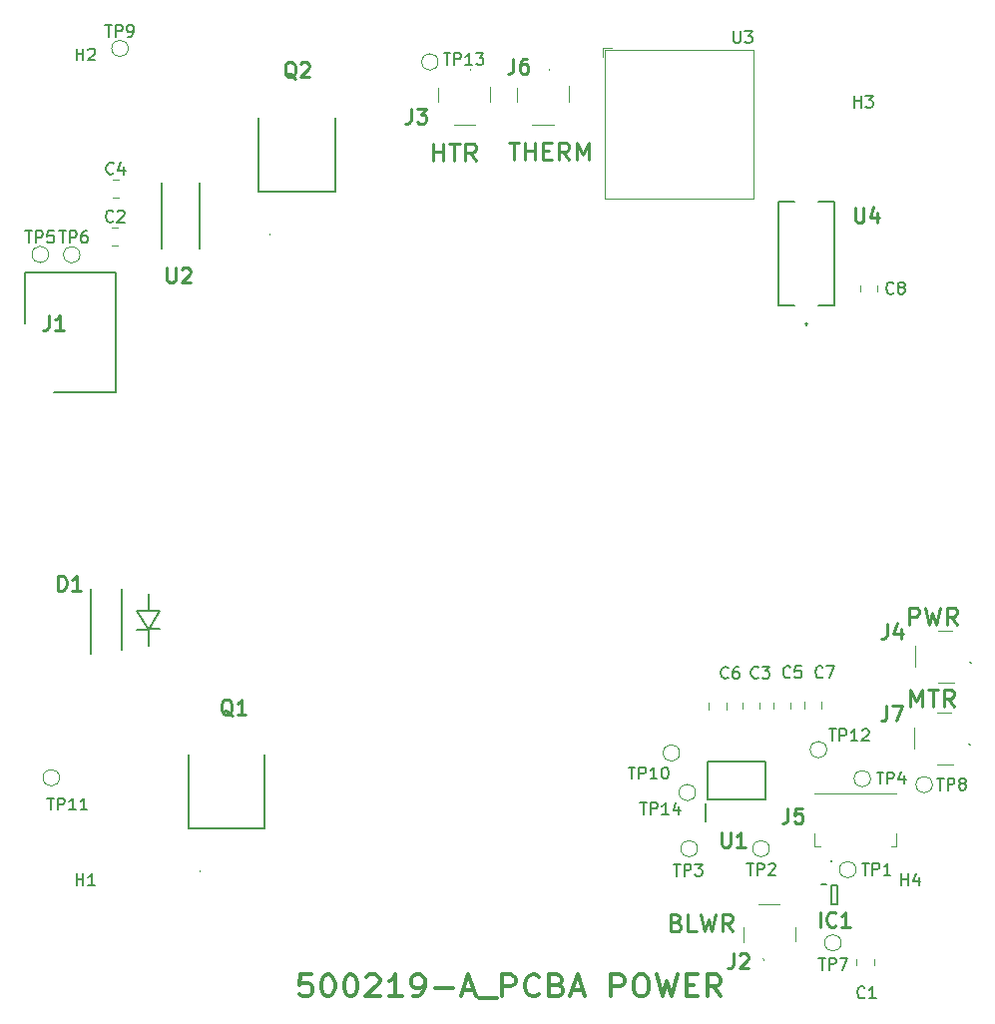
<source format=gbr>
%TF.GenerationSoftware,KiCad,Pcbnew,(6.0.1)*%
%TF.CreationDate,2024-01-13T19:57:02-05:00*%
%TF.ProjectId,PCB POWER,50434220-504f-4574-9552-2e6b69636164,rev?*%
%TF.SameCoordinates,Original*%
%TF.FileFunction,Legend,Top*%
%TF.FilePolarity,Positive*%
%FSLAX46Y46*%
G04 Gerber Fmt 4.6, Leading zero omitted, Abs format (unit mm)*
G04 Created by KiCad (PCBNEW (6.0.1)) date 2024-01-13 19:57:02*
%MOMM*%
%LPD*%
G01*
G04 APERTURE LIST*
%ADD10C,0.300000*%
%ADD11C,0.150000*%
%ADD12C,0.250000*%
%ADD13C,0.254000*%
%ADD14C,0.120000*%
%ADD15C,0.200000*%
%ADD16C,0.100000*%
%ADD17C,0.127000*%
G04 APERTURE END LIST*
D10*
X84152857Y-139314285D02*
X83200476Y-139314285D01*
X83105238Y-140171428D01*
X83200476Y-140085714D01*
X83390952Y-140000000D01*
X83867142Y-140000000D01*
X84057619Y-140085714D01*
X84152857Y-140171428D01*
X84248095Y-140342857D01*
X84248095Y-140771428D01*
X84152857Y-140942857D01*
X84057619Y-141028571D01*
X83867142Y-141114285D01*
X83390952Y-141114285D01*
X83200476Y-141028571D01*
X83105238Y-140942857D01*
X85486190Y-139314285D02*
X85676666Y-139314285D01*
X85867142Y-139400000D01*
X85962380Y-139485714D01*
X86057619Y-139657142D01*
X86152857Y-140000000D01*
X86152857Y-140428571D01*
X86057619Y-140771428D01*
X85962380Y-140942857D01*
X85867142Y-141028571D01*
X85676666Y-141114285D01*
X85486190Y-141114285D01*
X85295714Y-141028571D01*
X85200476Y-140942857D01*
X85105238Y-140771428D01*
X85010000Y-140428571D01*
X85010000Y-140000000D01*
X85105238Y-139657142D01*
X85200476Y-139485714D01*
X85295714Y-139400000D01*
X85486190Y-139314285D01*
X87390952Y-139314285D02*
X87581428Y-139314285D01*
X87771904Y-139400000D01*
X87867142Y-139485714D01*
X87962380Y-139657142D01*
X88057619Y-140000000D01*
X88057619Y-140428571D01*
X87962380Y-140771428D01*
X87867142Y-140942857D01*
X87771904Y-141028571D01*
X87581428Y-141114285D01*
X87390952Y-141114285D01*
X87200476Y-141028571D01*
X87105238Y-140942857D01*
X87010000Y-140771428D01*
X86914761Y-140428571D01*
X86914761Y-140000000D01*
X87010000Y-139657142D01*
X87105238Y-139485714D01*
X87200476Y-139400000D01*
X87390952Y-139314285D01*
X88819523Y-139485714D02*
X88914761Y-139400000D01*
X89105238Y-139314285D01*
X89581428Y-139314285D01*
X89771904Y-139400000D01*
X89867142Y-139485714D01*
X89962380Y-139657142D01*
X89962380Y-139828571D01*
X89867142Y-140085714D01*
X88724285Y-141114285D01*
X89962380Y-141114285D01*
X91867142Y-141114285D02*
X90724285Y-141114285D01*
X91295714Y-141114285D02*
X91295714Y-139314285D01*
X91105238Y-139571428D01*
X90914761Y-139742857D01*
X90724285Y-139828571D01*
X92819523Y-141114285D02*
X93200476Y-141114285D01*
X93390952Y-141028571D01*
X93486190Y-140942857D01*
X93676666Y-140685714D01*
X93771904Y-140342857D01*
X93771904Y-139657142D01*
X93676666Y-139485714D01*
X93581428Y-139400000D01*
X93390952Y-139314285D01*
X93010000Y-139314285D01*
X92819523Y-139400000D01*
X92724285Y-139485714D01*
X92629047Y-139657142D01*
X92629047Y-140085714D01*
X92724285Y-140257142D01*
X92819523Y-140342857D01*
X93010000Y-140428571D01*
X93390952Y-140428571D01*
X93581428Y-140342857D01*
X93676666Y-140257142D01*
X93771904Y-140085714D01*
X94629047Y-140428571D02*
X96152857Y-140428571D01*
X97010000Y-140600000D02*
X97962380Y-140600000D01*
X96819523Y-141114285D02*
X97486190Y-139314285D01*
X98152857Y-141114285D01*
X98343333Y-141285714D02*
X99867142Y-141285714D01*
X100343333Y-141114285D02*
X100343333Y-139314285D01*
X101105238Y-139314285D01*
X101295714Y-139400000D01*
X101390952Y-139485714D01*
X101486190Y-139657142D01*
X101486190Y-139914285D01*
X101390952Y-140085714D01*
X101295714Y-140171428D01*
X101105238Y-140257142D01*
X100343333Y-140257142D01*
X103486190Y-140942857D02*
X103390952Y-141028571D01*
X103105238Y-141114285D01*
X102914761Y-141114285D01*
X102629047Y-141028571D01*
X102438571Y-140857142D01*
X102343333Y-140685714D01*
X102248095Y-140342857D01*
X102248095Y-140085714D01*
X102343333Y-139742857D01*
X102438571Y-139571428D01*
X102629047Y-139400000D01*
X102914761Y-139314285D01*
X103105238Y-139314285D01*
X103390952Y-139400000D01*
X103486190Y-139485714D01*
X105010000Y-140171428D02*
X105295714Y-140257142D01*
X105390952Y-140342857D01*
X105486190Y-140514285D01*
X105486190Y-140771428D01*
X105390952Y-140942857D01*
X105295714Y-141028571D01*
X105105238Y-141114285D01*
X104343333Y-141114285D01*
X104343333Y-139314285D01*
X105010000Y-139314285D01*
X105200476Y-139400000D01*
X105295714Y-139485714D01*
X105390952Y-139657142D01*
X105390952Y-139828571D01*
X105295714Y-140000000D01*
X105200476Y-140085714D01*
X105010000Y-140171428D01*
X104343333Y-140171428D01*
X106248095Y-140600000D02*
X107200476Y-140600000D01*
X106057619Y-141114285D02*
X106724285Y-139314285D01*
X107390952Y-141114285D01*
X109581428Y-141114285D02*
X109581428Y-139314285D01*
X110343333Y-139314285D01*
X110533809Y-139400000D01*
X110629047Y-139485714D01*
X110724285Y-139657142D01*
X110724285Y-139914285D01*
X110629047Y-140085714D01*
X110533809Y-140171428D01*
X110343333Y-140257142D01*
X109581428Y-140257142D01*
X111962380Y-139314285D02*
X112343333Y-139314285D01*
X112533809Y-139400000D01*
X112724285Y-139571428D01*
X112819523Y-139914285D01*
X112819523Y-140514285D01*
X112724285Y-140857142D01*
X112533809Y-141028571D01*
X112343333Y-141114285D01*
X111962380Y-141114285D01*
X111771904Y-141028571D01*
X111581428Y-140857142D01*
X111486190Y-140514285D01*
X111486190Y-139914285D01*
X111581428Y-139571428D01*
X111771904Y-139400000D01*
X111962380Y-139314285D01*
X113486190Y-139314285D02*
X113962380Y-141114285D01*
X114343333Y-139828571D01*
X114724285Y-141114285D01*
X115200476Y-139314285D01*
X115962380Y-140171428D02*
X116629047Y-140171428D01*
X116914761Y-141114285D02*
X115962380Y-141114285D01*
X115962380Y-139314285D01*
X116914761Y-139314285D01*
X118914761Y-141114285D02*
X118248095Y-140257142D01*
X117771904Y-141114285D02*
X117771904Y-139314285D01*
X118533809Y-139314285D01*
X118724285Y-139400000D01*
X118819523Y-139485714D01*
X118914761Y-139657142D01*
X118914761Y-139914285D01*
X118819523Y-140085714D01*
X118724285Y-140171428D01*
X118533809Y-140257142D01*
X117771904Y-140257142D01*
D11*
X70330000Y-108490000D02*
X71330000Y-108480000D01*
X70330000Y-110020000D02*
X70330000Y-111390000D01*
X69350000Y-108480000D02*
X70330000Y-110040000D01*
X71330000Y-108480000D02*
X70330000Y-110040000D01*
X70350000Y-108490000D02*
X69350000Y-108480000D01*
X70350000Y-107030000D02*
X70350000Y-108490000D01*
X70330000Y-110020000D02*
X69330000Y-110020000D01*
X70330000Y-110000000D02*
X71330000Y-110000000D01*
D12*
X134860000Y-109658571D02*
X134860000Y-108158571D01*
X135431428Y-108158571D01*
X135574285Y-108230000D01*
X135645714Y-108301428D01*
X135717142Y-108444285D01*
X135717142Y-108658571D01*
X135645714Y-108801428D01*
X135574285Y-108872857D01*
X135431428Y-108944285D01*
X134860000Y-108944285D01*
X136217142Y-108158571D02*
X136574285Y-109658571D01*
X136860000Y-108587142D01*
X137145714Y-109658571D01*
X137502857Y-108158571D01*
X138931428Y-109658571D02*
X138431428Y-108944285D01*
X138074285Y-109658571D02*
X138074285Y-108158571D01*
X138645714Y-108158571D01*
X138788571Y-108230000D01*
X138860000Y-108301428D01*
X138931428Y-108444285D01*
X138931428Y-108658571D01*
X138860000Y-108801428D01*
X138788571Y-108872857D01*
X138645714Y-108944285D01*
X138074285Y-108944285D01*
X100890000Y-68718571D02*
X101747142Y-68718571D01*
X101318571Y-70218571D02*
X101318571Y-68718571D01*
X102247142Y-70218571D02*
X102247142Y-68718571D01*
X102247142Y-69432857D02*
X103104285Y-69432857D01*
X103104285Y-70218571D02*
X103104285Y-68718571D01*
X103818571Y-69432857D02*
X104318571Y-69432857D01*
X104532857Y-70218571D02*
X103818571Y-70218571D01*
X103818571Y-68718571D01*
X104532857Y-68718571D01*
X106032857Y-70218571D02*
X105532857Y-69504285D01*
X105175714Y-70218571D02*
X105175714Y-68718571D01*
X105747142Y-68718571D01*
X105890000Y-68790000D01*
X105961428Y-68861428D01*
X106032857Y-69004285D01*
X106032857Y-69218571D01*
X105961428Y-69361428D01*
X105890000Y-69432857D01*
X105747142Y-69504285D01*
X105175714Y-69504285D01*
X106675714Y-70218571D02*
X106675714Y-68718571D01*
X107175714Y-69790000D01*
X107675714Y-68718571D01*
X107675714Y-70218571D01*
X134968571Y-116618571D02*
X134968571Y-115118571D01*
X135468571Y-116190000D01*
X135968571Y-115118571D01*
X135968571Y-116618571D01*
X136468571Y-115118571D02*
X137325714Y-115118571D01*
X136897142Y-116618571D02*
X136897142Y-115118571D01*
X138682857Y-116618571D02*
X138182857Y-115904285D01*
X137825714Y-116618571D02*
X137825714Y-115118571D01*
X138397142Y-115118571D01*
X138540000Y-115190000D01*
X138611428Y-115261428D01*
X138682857Y-115404285D01*
X138682857Y-115618571D01*
X138611428Y-115761428D01*
X138540000Y-115832857D01*
X138397142Y-115904285D01*
X137825714Y-115904285D01*
X94520000Y-70298571D02*
X94520000Y-68798571D01*
X94520000Y-69512857D02*
X95377142Y-69512857D01*
X95377142Y-70298571D02*
X95377142Y-68798571D01*
X95877142Y-68798571D02*
X96734285Y-68798571D01*
X96305714Y-70298571D02*
X96305714Y-68798571D01*
X98091428Y-70298571D02*
X97591428Y-69584285D01*
X97234285Y-70298571D02*
X97234285Y-68798571D01*
X97805714Y-68798571D01*
X97948571Y-68870000D01*
X98020000Y-68941428D01*
X98091428Y-69084285D01*
X98091428Y-69298571D01*
X98020000Y-69441428D01*
X97948571Y-69512857D01*
X97805714Y-69584285D01*
X97234285Y-69584285D01*
X115102857Y-134882857D02*
X115317142Y-134954285D01*
X115388571Y-135025714D01*
X115460000Y-135168571D01*
X115460000Y-135382857D01*
X115388571Y-135525714D01*
X115317142Y-135597142D01*
X115174285Y-135668571D01*
X114602857Y-135668571D01*
X114602857Y-134168571D01*
X115102857Y-134168571D01*
X115245714Y-134240000D01*
X115317142Y-134311428D01*
X115388571Y-134454285D01*
X115388571Y-134597142D01*
X115317142Y-134740000D01*
X115245714Y-134811428D01*
X115102857Y-134882857D01*
X114602857Y-134882857D01*
X116817142Y-135668571D02*
X116102857Y-135668571D01*
X116102857Y-134168571D01*
X117174285Y-134168571D02*
X117531428Y-135668571D01*
X117817142Y-134597142D01*
X118102857Y-135668571D01*
X118460000Y-134168571D01*
X119888571Y-135668571D02*
X119388571Y-134954285D01*
X119031428Y-135668571D02*
X119031428Y-134168571D01*
X119602857Y-134168571D01*
X119745714Y-134240000D01*
X119817142Y-134311428D01*
X119888571Y-134454285D01*
X119888571Y-134668571D01*
X119817142Y-134811428D01*
X119745714Y-134882857D01*
X119602857Y-134954285D01*
X119031428Y-134954285D01*
D11*
%TO.C,C2*%
X67343333Y-75387142D02*
X67295714Y-75434761D01*
X67152857Y-75482380D01*
X67057619Y-75482380D01*
X66914761Y-75434761D01*
X66819523Y-75339523D01*
X66771904Y-75244285D01*
X66724285Y-75053809D01*
X66724285Y-74910952D01*
X66771904Y-74720476D01*
X66819523Y-74625238D01*
X66914761Y-74530000D01*
X67057619Y-74482380D01*
X67152857Y-74482380D01*
X67295714Y-74530000D01*
X67343333Y-74577619D01*
X67724285Y-74577619D02*
X67771904Y-74530000D01*
X67867142Y-74482380D01*
X68105238Y-74482380D01*
X68200476Y-74530000D01*
X68248095Y-74577619D01*
X68295714Y-74672857D01*
X68295714Y-74768095D01*
X68248095Y-74910952D01*
X67676666Y-75482380D01*
X68295714Y-75482380D01*
%TO.C,TP6*%
X62768095Y-76232380D02*
X63339523Y-76232380D01*
X63053809Y-77232380D02*
X63053809Y-76232380D01*
X63672857Y-77232380D02*
X63672857Y-76232380D01*
X64053809Y-76232380D01*
X64149047Y-76280000D01*
X64196666Y-76327619D01*
X64244285Y-76422857D01*
X64244285Y-76565714D01*
X64196666Y-76660952D01*
X64149047Y-76708571D01*
X64053809Y-76756190D01*
X63672857Y-76756190D01*
X65101428Y-76232380D02*
X64910952Y-76232380D01*
X64815714Y-76280000D01*
X64768095Y-76327619D01*
X64672857Y-76470476D01*
X64625238Y-76660952D01*
X64625238Y-77041904D01*
X64672857Y-77137142D01*
X64720476Y-77184761D01*
X64815714Y-77232380D01*
X65006190Y-77232380D01*
X65101428Y-77184761D01*
X65149047Y-77137142D01*
X65196666Y-77041904D01*
X65196666Y-76803809D01*
X65149047Y-76708571D01*
X65101428Y-76660952D01*
X65006190Y-76613333D01*
X64815714Y-76613333D01*
X64720476Y-76660952D01*
X64672857Y-76708571D01*
X64625238Y-76803809D01*
%TO.C,C8*%
X133543333Y-81477142D02*
X133495714Y-81524761D01*
X133352857Y-81572380D01*
X133257619Y-81572380D01*
X133114761Y-81524761D01*
X133019523Y-81429523D01*
X132971904Y-81334285D01*
X132924285Y-81143809D01*
X132924285Y-81000952D01*
X132971904Y-80810476D01*
X133019523Y-80715238D01*
X133114761Y-80620000D01*
X133257619Y-80572380D01*
X133352857Y-80572380D01*
X133495714Y-80620000D01*
X133543333Y-80667619D01*
X134114761Y-81000952D02*
X134019523Y-80953333D01*
X133971904Y-80905714D01*
X133924285Y-80810476D01*
X133924285Y-80762857D01*
X133971904Y-80667619D01*
X134019523Y-80620000D01*
X134114761Y-80572380D01*
X134305238Y-80572380D01*
X134400476Y-80620000D01*
X134448095Y-80667619D01*
X134495714Y-80762857D01*
X134495714Y-80810476D01*
X134448095Y-80905714D01*
X134400476Y-80953333D01*
X134305238Y-81000952D01*
X134114761Y-81000952D01*
X134019523Y-81048571D01*
X133971904Y-81096190D01*
X133924285Y-81191428D01*
X133924285Y-81381904D01*
X133971904Y-81477142D01*
X134019523Y-81524761D01*
X134114761Y-81572380D01*
X134305238Y-81572380D01*
X134400476Y-81524761D01*
X134448095Y-81477142D01*
X134495714Y-81381904D01*
X134495714Y-81191428D01*
X134448095Y-81096190D01*
X134400476Y-81048571D01*
X134305238Y-81000952D01*
%TO.C,TP3*%
X114898095Y-129942380D02*
X115469523Y-129942380D01*
X115183809Y-130942380D02*
X115183809Y-129942380D01*
X115802857Y-130942380D02*
X115802857Y-129942380D01*
X116183809Y-129942380D01*
X116279047Y-129990000D01*
X116326666Y-130037619D01*
X116374285Y-130132857D01*
X116374285Y-130275714D01*
X116326666Y-130370952D01*
X116279047Y-130418571D01*
X116183809Y-130466190D01*
X115802857Y-130466190D01*
X116707619Y-129942380D02*
X117326666Y-129942380D01*
X116993333Y-130323333D01*
X117136190Y-130323333D01*
X117231428Y-130370952D01*
X117279047Y-130418571D01*
X117326666Y-130513809D01*
X117326666Y-130751904D01*
X117279047Y-130847142D01*
X117231428Y-130894761D01*
X117136190Y-130942380D01*
X116850476Y-130942380D01*
X116755238Y-130894761D01*
X116707619Y-130847142D01*
%TO.C,C5*%
X124793333Y-114047142D02*
X124745714Y-114094761D01*
X124602857Y-114142380D01*
X124507619Y-114142380D01*
X124364761Y-114094761D01*
X124269523Y-113999523D01*
X124221904Y-113904285D01*
X124174285Y-113713809D01*
X124174285Y-113570952D01*
X124221904Y-113380476D01*
X124269523Y-113285238D01*
X124364761Y-113190000D01*
X124507619Y-113142380D01*
X124602857Y-113142380D01*
X124745714Y-113190000D01*
X124793333Y-113237619D01*
X125698095Y-113142380D02*
X125221904Y-113142380D01*
X125174285Y-113618571D01*
X125221904Y-113570952D01*
X125317142Y-113523333D01*
X125555238Y-113523333D01*
X125650476Y-113570952D01*
X125698095Y-113618571D01*
X125745714Y-113713809D01*
X125745714Y-113951904D01*
X125698095Y-114047142D01*
X125650476Y-114094761D01*
X125555238Y-114142380D01*
X125317142Y-114142380D01*
X125221904Y-114094761D01*
X125174285Y-114047142D01*
%TO.C,TP7*%
X127188095Y-137892380D02*
X127759523Y-137892380D01*
X127473809Y-138892380D02*
X127473809Y-137892380D01*
X128092857Y-138892380D02*
X128092857Y-137892380D01*
X128473809Y-137892380D01*
X128569047Y-137940000D01*
X128616666Y-137987619D01*
X128664285Y-138082857D01*
X128664285Y-138225714D01*
X128616666Y-138320952D01*
X128569047Y-138368571D01*
X128473809Y-138416190D01*
X128092857Y-138416190D01*
X128997619Y-137892380D02*
X129664285Y-137892380D01*
X129235714Y-138892380D01*
D13*
%TO.C,IC1*%
X127310238Y-135274523D02*
X127310238Y-134004523D01*
X128640714Y-135153571D02*
X128580238Y-135214047D01*
X128398809Y-135274523D01*
X128277857Y-135274523D01*
X128096428Y-135214047D01*
X127975476Y-135093095D01*
X127915000Y-134972142D01*
X127854523Y-134730238D01*
X127854523Y-134548809D01*
X127915000Y-134306904D01*
X127975476Y-134185952D01*
X128096428Y-134065000D01*
X128277857Y-134004523D01*
X128398809Y-134004523D01*
X128580238Y-134065000D01*
X128640714Y-134125476D01*
X129850238Y-135274523D02*
X129124523Y-135274523D01*
X129487380Y-135274523D02*
X129487380Y-134004523D01*
X129366428Y-134185952D01*
X129245476Y-134306904D01*
X129124523Y-134367380D01*
%TO.C,J7*%
X132946666Y-116534523D02*
X132946666Y-117441666D01*
X132886190Y-117623095D01*
X132765238Y-117744047D01*
X132583809Y-117804523D01*
X132462857Y-117804523D01*
X133430476Y-116534523D02*
X134277142Y-116534523D01*
X133732857Y-117804523D01*
D11*
%TO.C,H3*%
X130228095Y-65752380D02*
X130228095Y-64752380D01*
X130228095Y-65228571D02*
X130799523Y-65228571D01*
X130799523Y-65752380D02*
X130799523Y-64752380D01*
X131180476Y-64752380D02*
X131799523Y-64752380D01*
X131466190Y-65133333D01*
X131609047Y-65133333D01*
X131704285Y-65180952D01*
X131751904Y-65228571D01*
X131799523Y-65323809D01*
X131799523Y-65561904D01*
X131751904Y-65657142D01*
X131704285Y-65704761D01*
X131609047Y-65752380D01*
X131323333Y-65752380D01*
X131228095Y-65704761D01*
X131180476Y-65657142D01*
D13*
%TO.C,U1*%
X118952380Y-127224523D02*
X118952380Y-128252619D01*
X119012857Y-128373571D01*
X119073333Y-128434047D01*
X119194285Y-128494523D01*
X119436190Y-128494523D01*
X119557142Y-128434047D01*
X119617619Y-128373571D01*
X119678095Y-128252619D01*
X119678095Y-127224523D01*
X120948095Y-128494523D02*
X120222380Y-128494523D01*
X120585238Y-128494523D02*
X120585238Y-127224523D01*
X120464285Y-127405952D01*
X120343333Y-127526904D01*
X120222380Y-127587380D01*
D11*
%TO.C,TP14*%
X112051904Y-124724380D02*
X112623333Y-124724380D01*
X112337619Y-125724380D02*
X112337619Y-124724380D01*
X112956666Y-125724380D02*
X112956666Y-124724380D01*
X113337619Y-124724380D01*
X113432857Y-124772000D01*
X113480476Y-124819619D01*
X113528095Y-124914857D01*
X113528095Y-125057714D01*
X113480476Y-125152952D01*
X113432857Y-125200571D01*
X113337619Y-125248190D01*
X112956666Y-125248190D01*
X114480476Y-125724380D02*
X113909047Y-125724380D01*
X114194761Y-125724380D02*
X114194761Y-124724380D01*
X114099523Y-124867238D01*
X114004285Y-124962476D01*
X113909047Y-125010095D01*
X115337619Y-125057714D02*
X115337619Y-125724380D01*
X115099523Y-124676761D02*
X114861428Y-125391047D01*
X115480476Y-125391047D01*
D13*
%TO.C,J3*%
X92636666Y-65854523D02*
X92636666Y-66761666D01*
X92576190Y-66943095D01*
X92455238Y-67064047D01*
X92273809Y-67124523D01*
X92152857Y-67124523D01*
X93120476Y-65854523D02*
X93906666Y-65854523D01*
X93483333Y-66338333D01*
X93664761Y-66338333D01*
X93785714Y-66398809D01*
X93846190Y-66459285D01*
X93906666Y-66580238D01*
X93906666Y-66882619D01*
X93846190Y-67003571D01*
X93785714Y-67064047D01*
X93664761Y-67124523D01*
X93301904Y-67124523D01*
X93180952Y-67064047D01*
X93120476Y-67003571D01*
%TO.C,J4*%
X133006666Y-109564523D02*
X133006666Y-110471666D01*
X132946190Y-110653095D01*
X132825238Y-110774047D01*
X132643809Y-110834523D01*
X132522857Y-110834523D01*
X134155714Y-109987857D02*
X134155714Y-110834523D01*
X133853333Y-109504047D02*
X133550952Y-110411190D01*
X134337142Y-110411190D01*
%TO.C,Q2*%
X82829047Y-63295476D02*
X82708095Y-63235000D01*
X82587142Y-63114047D01*
X82405714Y-62932619D01*
X82284761Y-62872142D01*
X82163809Y-62872142D01*
X82224285Y-63174523D02*
X82103333Y-63114047D01*
X81982380Y-62993095D01*
X81921904Y-62751190D01*
X81921904Y-62327857D01*
X81982380Y-62085952D01*
X82103333Y-61965000D01*
X82224285Y-61904523D01*
X82466190Y-61904523D01*
X82587142Y-61965000D01*
X82708095Y-62085952D01*
X82768571Y-62327857D01*
X82768571Y-62751190D01*
X82708095Y-62993095D01*
X82587142Y-63114047D01*
X82466190Y-63174523D01*
X82224285Y-63174523D01*
X83252380Y-62025476D02*
X83312857Y-61965000D01*
X83433809Y-61904523D01*
X83736190Y-61904523D01*
X83857142Y-61965000D01*
X83917619Y-62025476D01*
X83978095Y-62146428D01*
X83978095Y-62267380D01*
X83917619Y-62448809D01*
X83191904Y-63174523D01*
X83978095Y-63174523D01*
D11*
%TO.C,TP5*%
X59898095Y-76224380D02*
X60469523Y-76224380D01*
X60183809Y-77224380D02*
X60183809Y-76224380D01*
X60802857Y-77224380D02*
X60802857Y-76224380D01*
X61183809Y-76224380D01*
X61279047Y-76272000D01*
X61326666Y-76319619D01*
X61374285Y-76414857D01*
X61374285Y-76557714D01*
X61326666Y-76652952D01*
X61279047Y-76700571D01*
X61183809Y-76748190D01*
X60802857Y-76748190D01*
X62279047Y-76224380D02*
X61802857Y-76224380D01*
X61755238Y-76700571D01*
X61802857Y-76652952D01*
X61898095Y-76605333D01*
X62136190Y-76605333D01*
X62231428Y-76652952D01*
X62279047Y-76700571D01*
X62326666Y-76795809D01*
X62326666Y-77033904D01*
X62279047Y-77129142D01*
X62231428Y-77176761D01*
X62136190Y-77224380D01*
X61898095Y-77224380D01*
X61802857Y-77176761D01*
X61755238Y-77129142D01*
D13*
%TO.C,Q1*%
X77449047Y-117355476D02*
X77328095Y-117295000D01*
X77207142Y-117174047D01*
X77025714Y-116992619D01*
X76904761Y-116932142D01*
X76783809Y-116932142D01*
X76844285Y-117234523D02*
X76723333Y-117174047D01*
X76602380Y-117053095D01*
X76541904Y-116811190D01*
X76541904Y-116387857D01*
X76602380Y-116145952D01*
X76723333Y-116025000D01*
X76844285Y-115964523D01*
X77086190Y-115964523D01*
X77207142Y-116025000D01*
X77328095Y-116145952D01*
X77388571Y-116387857D01*
X77388571Y-116811190D01*
X77328095Y-117053095D01*
X77207142Y-117174047D01*
X77086190Y-117234523D01*
X76844285Y-117234523D01*
X78598095Y-117234523D02*
X77872380Y-117234523D01*
X78235238Y-117234523D02*
X78235238Y-115964523D01*
X78114285Y-116145952D01*
X77993333Y-116266904D01*
X77872380Y-116327380D01*
%TO.C,U4*%
X130292380Y-74244523D02*
X130292380Y-75272619D01*
X130352857Y-75393571D01*
X130413333Y-75454047D01*
X130534285Y-75514523D01*
X130776190Y-75514523D01*
X130897142Y-75454047D01*
X130957619Y-75393571D01*
X131018095Y-75272619D01*
X131018095Y-74244523D01*
X132167142Y-74667857D02*
X132167142Y-75514523D01*
X131864761Y-74184047D02*
X131562380Y-75091190D01*
X132348571Y-75091190D01*
%TO.C,J5*%
X124586666Y-125194523D02*
X124586666Y-126101666D01*
X124526190Y-126283095D01*
X124405238Y-126404047D01*
X124223809Y-126464523D01*
X124102857Y-126464523D01*
X125796190Y-125194523D02*
X125191428Y-125194523D01*
X125130952Y-125799285D01*
X125191428Y-125738809D01*
X125312380Y-125678333D01*
X125614761Y-125678333D01*
X125735714Y-125738809D01*
X125796190Y-125799285D01*
X125856666Y-125920238D01*
X125856666Y-126222619D01*
X125796190Y-126343571D01*
X125735714Y-126404047D01*
X125614761Y-126464523D01*
X125312380Y-126464523D01*
X125191428Y-126404047D01*
X125130952Y-126343571D01*
%TO.C,J6*%
X101296666Y-61614523D02*
X101296666Y-62521666D01*
X101236190Y-62703095D01*
X101115238Y-62824047D01*
X100933809Y-62884523D01*
X100812857Y-62884523D01*
X102445714Y-61614523D02*
X102203809Y-61614523D01*
X102082857Y-61675000D01*
X102022380Y-61735476D01*
X101901428Y-61916904D01*
X101840952Y-62158809D01*
X101840952Y-62642619D01*
X101901428Y-62763571D01*
X101961904Y-62824047D01*
X102082857Y-62884523D01*
X102324761Y-62884523D01*
X102445714Y-62824047D01*
X102506190Y-62763571D01*
X102566666Y-62642619D01*
X102566666Y-62340238D01*
X102506190Y-62219285D01*
X102445714Y-62158809D01*
X102324761Y-62098333D01*
X102082857Y-62098333D01*
X101961904Y-62158809D01*
X101901428Y-62219285D01*
X101840952Y-62340238D01*
D11*
%TO.C,TP11*%
X61761904Y-124332380D02*
X62333333Y-124332380D01*
X62047619Y-125332380D02*
X62047619Y-124332380D01*
X62666666Y-125332380D02*
X62666666Y-124332380D01*
X63047619Y-124332380D01*
X63142857Y-124380000D01*
X63190476Y-124427619D01*
X63238095Y-124522857D01*
X63238095Y-124665714D01*
X63190476Y-124760952D01*
X63142857Y-124808571D01*
X63047619Y-124856190D01*
X62666666Y-124856190D01*
X64190476Y-125332380D02*
X63619047Y-125332380D01*
X63904761Y-125332380D02*
X63904761Y-124332380D01*
X63809523Y-124475238D01*
X63714285Y-124570476D01*
X63619047Y-124618095D01*
X65142857Y-125332380D02*
X64571428Y-125332380D01*
X64857142Y-125332380D02*
X64857142Y-124332380D01*
X64761904Y-124475238D01*
X64666666Y-124570476D01*
X64571428Y-124618095D01*
%TO.C,H1*%
X64228095Y-131752380D02*
X64228095Y-130752380D01*
X64228095Y-131228571D02*
X64799523Y-131228571D01*
X64799523Y-131752380D02*
X64799523Y-130752380D01*
X65799523Y-131752380D02*
X65228095Y-131752380D01*
X65513809Y-131752380D02*
X65513809Y-130752380D01*
X65418571Y-130895238D01*
X65323333Y-130990476D01*
X65228095Y-131038095D01*
%TO.C,C7*%
X127533333Y-114057142D02*
X127485714Y-114104761D01*
X127342857Y-114152380D01*
X127247619Y-114152380D01*
X127104761Y-114104761D01*
X127009523Y-114009523D01*
X126961904Y-113914285D01*
X126914285Y-113723809D01*
X126914285Y-113580952D01*
X126961904Y-113390476D01*
X127009523Y-113295238D01*
X127104761Y-113200000D01*
X127247619Y-113152380D01*
X127342857Y-113152380D01*
X127485714Y-113200000D01*
X127533333Y-113247619D01*
X127866666Y-113152380D02*
X128533333Y-113152380D01*
X128104761Y-114152380D01*
%TO.C,TP4*%
X132128095Y-122132380D02*
X132699523Y-122132380D01*
X132413809Y-123132380D02*
X132413809Y-122132380D01*
X133032857Y-123132380D02*
X133032857Y-122132380D01*
X133413809Y-122132380D01*
X133509047Y-122180000D01*
X133556666Y-122227619D01*
X133604285Y-122322857D01*
X133604285Y-122465714D01*
X133556666Y-122560952D01*
X133509047Y-122608571D01*
X133413809Y-122656190D01*
X133032857Y-122656190D01*
X134461428Y-122465714D02*
X134461428Y-123132380D01*
X134223333Y-122084761D02*
X133985238Y-122799047D01*
X134604285Y-122799047D01*
%TO.C,H2*%
X64228095Y-61752380D02*
X64228095Y-60752380D01*
X64228095Y-61228571D02*
X64799523Y-61228571D01*
X64799523Y-61752380D02*
X64799523Y-60752380D01*
X65228095Y-60847619D02*
X65275714Y-60800000D01*
X65370952Y-60752380D01*
X65609047Y-60752380D01*
X65704285Y-60800000D01*
X65751904Y-60847619D01*
X65799523Y-60942857D01*
X65799523Y-61038095D01*
X65751904Y-61180952D01*
X65180476Y-61752380D01*
X65799523Y-61752380D01*
%TO.C,TP2*%
X121088095Y-129882380D02*
X121659523Y-129882380D01*
X121373809Y-130882380D02*
X121373809Y-129882380D01*
X121992857Y-130882380D02*
X121992857Y-129882380D01*
X122373809Y-129882380D01*
X122469047Y-129930000D01*
X122516666Y-129977619D01*
X122564285Y-130072857D01*
X122564285Y-130215714D01*
X122516666Y-130310952D01*
X122469047Y-130358571D01*
X122373809Y-130406190D01*
X121992857Y-130406190D01*
X122945238Y-129977619D02*
X122992857Y-129930000D01*
X123088095Y-129882380D01*
X123326190Y-129882380D01*
X123421428Y-129930000D01*
X123469047Y-129977619D01*
X123516666Y-130072857D01*
X123516666Y-130168095D01*
X123469047Y-130310952D01*
X122897619Y-130882380D01*
X123516666Y-130882380D01*
D13*
%TO.C,J1*%
X61881666Y-83399523D02*
X61881666Y-84306666D01*
X61821190Y-84488095D01*
X61700238Y-84609047D01*
X61518809Y-84669523D01*
X61397857Y-84669523D01*
X63151666Y-84669523D02*
X62425952Y-84669523D01*
X62788809Y-84669523D02*
X62788809Y-83399523D01*
X62667857Y-83580952D01*
X62546904Y-83701904D01*
X62425952Y-83762380D01*
%TO.C,J2*%
X119956666Y-137514523D02*
X119956666Y-138421666D01*
X119896190Y-138603095D01*
X119775238Y-138724047D01*
X119593809Y-138784523D01*
X119472857Y-138784523D01*
X120500952Y-137635476D02*
X120561428Y-137575000D01*
X120682380Y-137514523D01*
X120984761Y-137514523D01*
X121105714Y-137575000D01*
X121166190Y-137635476D01*
X121226666Y-137756428D01*
X121226666Y-137877380D01*
X121166190Y-138058809D01*
X120440476Y-138784523D01*
X121226666Y-138784523D01*
D11*
%TO.C,U3*%
X119988095Y-59282380D02*
X119988095Y-60091904D01*
X120035714Y-60187142D01*
X120083333Y-60234761D01*
X120178571Y-60282380D01*
X120369047Y-60282380D01*
X120464285Y-60234761D01*
X120511904Y-60187142D01*
X120559523Y-60091904D01*
X120559523Y-59282380D01*
X120940476Y-59282380D02*
X121559523Y-59282380D01*
X121226190Y-59663333D01*
X121369047Y-59663333D01*
X121464285Y-59710952D01*
X121511904Y-59758571D01*
X121559523Y-59853809D01*
X121559523Y-60091904D01*
X121511904Y-60187142D01*
X121464285Y-60234761D01*
X121369047Y-60282380D01*
X121083333Y-60282380D01*
X120988095Y-60234761D01*
X120940476Y-60187142D01*
%TO.C,C4*%
X67373333Y-71327142D02*
X67325714Y-71374761D01*
X67182857Y-71422380D01*
X67087619Y-71422380D01*
X66944761Y-71374761D01*
X66849523Y-71279523D01*
X66801904Y-71184285D01*
X66754285Y-70993809D01*
X66754285Y-70850952D01*
X66801904Y-70660476D01*
X66849523Y-70565238D01*
X66944761Y-70470000D01*
X67087619Y-70422380D01*
X67182857Y-70422380D01*
X67325714Y-70470000D01*
X67373333Y-70517619D01*
X68230476Y-70755714D02*
X68230476Y-71422380D01*
X67992380Y-70374761D02*
X67754285Y-71089047D01*
X68373333Y-71089047D01*
%TO.C,TP13*%
X95381904Y-61142380D02*
X95953333Y-61142380D01*
X95667619Y-62142380D02*
X95667619Y-61142380D01*
X96286666Y-62142380D02*
X96286666Y-61142380D01*
X96667619Y-61142380D01*
X96762857Y-61190000D01*
X96810476Y-61237619D01*
X96858095Y-61332857D01*
X96858095Y-61475714D01*
X96810476Y-61570952D01*
X96762857Y-61618571D01*
X96667619Y-61666190D01*
X96286666Y-61666190D01*
X97810476Y-62142380D02*
X97239047Y-62142380D01*
X97524761Y-62142380D02*
X97524761Y-61142380D01*
X97429523Y-61285238D01*
X97334285Y-61380476D01*
X97239047Y-61428095D01*
X98143809Y-61142380D02*
X98762857Y-61142380D01*
X98429523Y-61523333D01*
X98572380Y-61523333D01*
X98667619Y-61570952D01*
X98715238Y-61618571D01*
X98762857Y-61713809D01*
X98762857Y-61951904D01*
X98715238Y-62047142D01*
X98667619Y-62094761D01*
X98572380Y-62142380D01*
X98286666Y-62142380D01*
X98191428Y-62094761D01*
X98143809Y-62047142D01*
%TO.C,C6*%
X119523333Y-114107142D02*
X119475714Y-114154761D01*
X119332857Y-114202380D01*
X119237619Y-114202380D01*
X119094761Y-114154761D01*
X118999523Y-114059523D01*
X118951904Y-113964285D01*
X118904285Y-113773809D01*
X118904285Y-113630952D01*
X118951904Y-113440476D01*
X118999523Y-113345238D01*
X119094761Y-113250000D01*
X119237619Y-113202380D01*
X119332857Y-113202380D01*
X119475714Y-113250000D01*
X119523333Y-113297619D01*
X120380476Y-113202380D02*
X120190000Y-113202380D01*
X120094761Y-113250000D01*
X120047142Y-113297619D01*
X119951904Y-113440476D01*
X119904285Y-113630952D01*
X119904285Y-114011904D01*
X119951904Y-114107142D01*
X119999523Y-114154761D01*
X120094761Y-114202380D01*
X120285238Y-114202380D01*
X120380476Y-114154761D01*
X120428095Y-114107142D01*
X120475714Y-114011904D01*
X120475714Y-113773809D01*
X120428095Y-113678571D01*
X120380476Y-113630952D01*
X120285238Y-113583333D01*
X120094761Y-113583333D01*
X119999523Y-113630952D01*
X119951904Y-113678571D01*
X119904285Y-113773809D01*
%TO.C,TP8*%
X137248095Y-122652380D02*
X137819523Y-122652380D01*
X137533809Y-123652380D02*
X137533809Y-122652380D01*
X138152857Y-123652380D02*
X138152857Y-122652380D01*
X138533809Y-122652380D01*
X138629047Y-122700000D01*
X138676666Y-122747619D01*
X138724285Y-122842857D01*
X138724285Y-122985714D01*
X138676666Y-123080952D01*
X138629047Y-123128571D01*
X138533809Y-123176190D01*
X138152857Y-123176190D01*
X139295714Y-123080952D02*
X139200476Y-123033333D01*
X139152857Y-122985714D01*
X139105238Y-122890476D01*
X139105238Y-122842857D01*
X139152857Y-122747619D01*
X139200476Y-122700000D01*
X139295714Y-122652380D01*
X139486190Y-122652380D01*
X139581428Y-122700000D01*
X139629047Y-122747619D01*
X139676666Y-122842857D01*
X139676666Y-122890476D01*
X139629047Y-122985714D01*
X139581428Y-123033333D01*
X139486190Y-123080952D01*
X139295714Y-123080952D01*
X139200476Y-123128571D01*
X139152857Y-123176190D01*
X139105238Y-123271428D01*
X139105238Y-123461904D01*
X139152857Y-123557142D01*
X139200476Y-123604761D01*
X139295714Y-123652380D01*
X139486190Y-123652380D01*
X139581428Y-123604761D01*
X139629047Y-123557142D01*
X139676666Y-123461904D01*
X139676666Y-123271428D01*
X139629047Y-123176190D01*
X139581428Y-123128571D01*
X139486190Y-123080952D01*
D13*
%TO.C,D1*%
X62662619Y-106734523D02*
X62662619Y-105464523D01*
X62965000Y-105464523D01*
X63146428Y-105525000D01*
X63267380Y-105645952D01*
X63327857Y-105766904D01*
X63388333Y-106008809D01*
X63388333Y-106190238D01*
X63327857Y-106432142D01*
X63267380Y-106553095D01*
X63146428Y-106674047D01*
X62965000Y-106734523D01*
X62662619Y-106734523D01*
X64597857Y-106734523D02*
X63872142Y-106734523D01*
X64235000Y-106734523D02*
X64235000Y-105464523D01*
X64114047Y-105645952D01*
X63993095Y-105766904D01*
X63872142Y-105827380D01*
%TO.C,U2*%
X71912380Y-79344523D02*
X71912380Y-80372619D01*
X71972857Y-80493571D01*
X72033333Y-80554047D01*
X72154285Y-80614523D01*
X72396190Y-80614523D01*
X72517142Y-80554047D01*
X72577619Y-80493571D01*
X72638095Y-80372619D01*
X72638095Y-79344523D01*
X73182380Y-79465476D02*
X73242857Y-79405000D01*
X73363809Y-79344523D01*
X73666190Y-79344523D01*
X73787142Y-79405000D01*
X73847619Y-79465476D01*
X73908095Y-79586428D01*
X73908095Y-79707380D01*
X73847619Y-79888809D01*
X73121904Y-80614523D01*
X73908095Y-80614523D01*
D11*
%TO.C,C1*%
X131103333Y-141227142D02*
X131055714Y-141274761D01*
X130912857Y-141322380D01*
X130817619Y-141322380D01*
X130674761Y-141274761D01*
X130579523Y-141179523D01*
X130531904Y-141084285D01*
X130484285Y-140893809D01*
X130484285Y-140750952D01*
X130531904Y-140560476D01*
X130579523Y-140465238D01*
X130674761Y-140370000D01*
X130817619Y-140322380D01*
X130912857Y-140322380D01*
X131055714Y-140370000D01*
X131103333Y-140417619D01*
X132055714Y-141322380D02*
X131484285Y-141322380D01*
X131770000Y-141322380D02*
X131770000Y-140322380D01*
X131674761Y-140465238D01*
X131579523Y-140560476D01*
X131484285Y-140608095D01*
%TO.C,TP10*%
X111061904Y-121712380D02*
X111633333Y-121712380D01*
X111347619Y-122712380D02*
X111347619Y-121712380D01*
X111966666Y-122712380D02*
X111966666Y-121712380D01*
X112347619Y-121712380D01*
X112442857Y-121760000D01*
X112490476Y-121807619D01*
X112538095Y-121902857D01*
X112538095Y-122045714D01*
X112490476Y-122140952D01*
X112442857Y-122188571D01*
X112347619Y-122236190D01*
X111966666Y-122236190D01*
X113490476Y-122712380D02*
X112919047Y-122712380D01*
X113204761Y-122712380D02*
X113204761Y-121712380D01*
X113109523Y-121855238D01*
X113014285Y-121950476D01*
X112919047Y-121998095D01*
X114109523Y-121712380D02*
X114204761Y-121712380D01*
X114300000Y-121760000D01*
X114347619Y-121807619D01*
X114395238Y-121902857D01*
X114442857Y-122093333D01*
X114442857Y-122331428D01*
X114395238Y-122521904D01*
X114347619Y-122617142D01*
X114300000Y-122664761D01*
X114204761Y-122712380D01*
X114109523Y-122712380D01*
X114014285Y-122664761D01*
X113966666Y-122617142D01*
X113919047Y-122521904D01*
X113871428Y-122331428D01*
X113871428Y-122093333D01*
X113919047Y-121902857D01*
X113966666Y-121807619D01*
X114014285Y-121760000D01*
X114109523Y-121712380D01*
%TO.C,H4*%
X134228095Y-131752380D02*
X134228095Y-130752380D01*
X134228095Y-131228571D02*
X134799523Y-131228571D01*
X134799523Y-131752380D02*
X134799523Y-130752380D01*
X135704285Y-131085714D02*
X135704285Y-131752380D01*
X135466190Y-130704761D02*
X135228095Y-131419047D01*
X135847142Y-131419047D01*
%TO.C,TP9*%
X66658095Y-58744380D02*
X67229523Y-58744380D01*
X66943809Y-59744380D02*
X66943809Y-58744380D01*
X67562857Y-59744380D02*
X67562857Y-58744380D01*
X67943809Y-58744380D01*
X68039047Y-58792000D01*
X68086666Y-58839619D01*
X68134285Y-58934857D01*
X68134285Y-59077714D01*
X68086666Y-59172952D01*
X68039047Y-59220571D01*
X67943809Y-59268190D01*
X67562857Y-59268190D01*
X68610476Y-59744380D02*
X68800952Y-59744380D01*
X68896190Y-59696761D01*
X68943809Y-59649142D01*
X69039047Y-59506285D01*
X69086666Y-59315809D01*
X69086666Y-58934857D01*
X69039047Y-58839619D01*
X68991428Y-58792000D01*
X68896190Y-58744380D01*
X68705714Y-58744380D01*
X68610476Y-58792000D01*
X68562857Y-58839619D01*
X68515238Y-58934857D01*
X68515238Y-59172952D01*
X68562857Y-59268190D01*
X68610476Y-59315809D01*
X68705714Y-59363428D01*
X68896190Y-59363428D01*
X68991428Y-59315809D01*
X69039047Y-59268190D01*
X69086666Y-59172952D01*
%TO.C,TP1*%
X130878095Y-129862380D02*
X131449523Y-129862380D01*
X131163809Y-130862380D02*
X131163809Y-129862380D01*
X131782857Y-130862380D02*
X131782857Y-129862380D01*
X132163809Y-129862380D01*
X132259047Y-129910000D01*
X132306666Y-129957619D01*
X132354285Y-130052857D01*
X132354285Y-130195714D01*
X132306666Y-130290952D01*
X132259047Y-130338571D01*
X132163809Y-130386190D01*
X131782857Y-130386190D01*
X133306666Y-130862380D02*
X132735238Y-130862380D01*
X133020952Y-130862380D02*
X133020952Y-129862380D01*
X132925714Y-130005238D01*
X132830476Y-130100476D01*
X132735238Y-130148095D01*
%TO.C,C3*%
X122073333Y-114087142D02*
X122025714Y-114134761D01*
X121882857Y-114182380D01*
X121787619Y-114182380D01*
X121644761Y-114134761D01*
X121549523Y-114039523D01*
X121501904Y-113944285D01*
X121454285Y-113753809D01*
X121454285Y-113610952D01*
X121501904Y-113420476D01*
X121549523Y-113325238D01*
X121644761Y-113230000D01*
X121787619Y-113182380D01*
X121882857Y-113182380D01*
X122025714Y-113230000D01*
X122073333Y-113277619D01*
X122406666Y-113182380D02*
X123025714Y-113182380D01*
X122692380Y-113563333D01*
X122835238Y-113563333D01*
X122930476Y-113610952D01*
X122978095Y-113658571D01*
X123025714Y-113753809D01*
X123025714Y-113991904D01*
X122978095Y-114087142D01*
X122930476Y-114134761D01*
X122835238Y-114182380D01*
X122549523Y-114182380D01*
X122454285Y-114134761D01*
X122406666Y-114087142D01*
%TO.C,TP12*%
X128081904Y-118484380D02*
X128653333Y-118484380D01*
X128367619Y-119484380D02*
X128367619Y-118484380D01*
X128986666Y-119484380D02*
X128986666Y-118484380D01*
X129367619Y-118484380D01*
X129462857Y-118532000D01*
X129510476Y-118579619D01*
X129558095Y-118674857D01*
X129558095Y-118817714D01*
X129510476Y-118912952D01*
X129462857Y-118960571D01*
X129367619Y-119008190D01*
X128986666Y-119008190D01*
X130510476Y-119484380D02*
X129939047Y-119484380D01*
X130224761Y-119484380D02*
X130224761Y-118484380D01*
X130129523Y-118627238D01*
X130034285Y-118722476D01*
X129939047Y-118770095D01*
X130891428Y-118579619D02*
X130939047Y-118532000D01*
X131034285Y-118484380D01*
X131272380Y-118484380D01*
X131367619Y-118532000D01*
X131415238Y-118579619D01*
X131462857Y-118674857D01*
X131462857Y-118770095D01*
X131415238Y-118912952D01*
X130843809Y-119484380D01*
X131462857Y-119484380D01*
D14*
%TO.C,C2*%
X67248748Y-77445000D02*
X67771252Y-77445000D01*
X67248748Y-75975000D02*
X67771252Y-75975000D01*
%TO.C,TP6*%
X64530000Y-78250000D02*
G75*
G03*
X64530000Y-78250000I-700000J0D01*
G01*
%TO.C,C8*%
X132155000Y-80838748D02*
X132155000Y-81361252D01*
X130685000Y-80838748D02*
X130685000Y-81361252D01*
%TO.C,TP3*%
X116910000Y-128630000D02*
G75*
G03*
X116910000Y-128630000I-700000J0D01*
G01*
%TO.C,C5*%
X123355000Y-116761252D02*
X123355000Y-116238748D01*
X124825000Y-116761252D02*
X124825000Y-116238748D01*
%TO.C,TP7*%
X129110000Y-136620000D02*
G75*
G03*
X129110000Y-136620000I-700000J0D01*
G01*
D15*
%TO.C,IC1*%
X128240000Y-131770000D02*
X128740000Y-131770000D01*
X128240000Y-133370000D02*
X128240000Y-131770000D01*
X128740000Y-131770000D02*
X128740000Y-133370000D01*
X127415000Y-131670000D02*
X127890000Y-131670000D01*
X128740000Y-133370000D02*
X128240000Y-133370000D01*
D16*
%TO.C,J7*%
X140040000Y-119760000D02*
X140040000Y-119760000D01*
X137240000Y-121460000D02*
X138565000Y-121460000D01*
X135315000Y-118360000D02*
X135315000Y-120160000D01*
X137240000Y-117060000D02*
X138440000Y-117060000D01*
X139940000Y-119760000D02*
X139940000Y-119760000D01*
X140040000Y-119760000D02*
G75*
G03*
X139940000Y-119760000I-50000J0D01*
G01*
X139940000Y-119760000D02*
G75*
G03*
X140040000Y-119760000I50000J0D01*
G01*
D15*
%TO.C,U1*%
X117755000Y-121240000D02*
X122645000Y-121240000D01*
X117620000Y-126315000D02*
X117620000Y-124790000D01*
X117755000Y-124440000D02*
X117755000Y-121240000D01*
X122645000Y-124440000D02*
X117755000Y-124440000D01*
X122645000Y-121240000D02*
X122645000Y-124440000D01*
D14*
%TO.C,TP14*%
X116750000Y-123870000D02*
G75*
G03*
X116750000Y-123870000I-700000J0D01*
G01*
D16*
%TO.C,J3*%
X97630000Y-62500000D02*
X97630000Y-62500000D01*
X94930000Y-65300000D02*
X94930000Y-64100000D01*
X96230000Y-67225000D02*
X98030000Y-67225000D01*
X99330000Y-65300000D02*
X99330000Y-63975000D01*
X97630000Y-62600000D02*
X97630000Y-62600000D01*
X97630000Y-62600000D02*
G75*
G03*
X97630000Y-62500000I0J50000D01*
G01*
X97630000Y-62500000D02*
G75*
G03*
X97630000Y-62600000I0J-50000D01*
G01*
%TO.C,J4*%
X137320000Y-114530000D02*
X138645000Y-114530000D01*
X140020000Y-112830000D02*
X140020000Y-112830000D01*
X135395000Y-111430000D02*
X135395000Y-113230000D01*
X137320000Y-110130000D02*
X138520000Y-110130000D01*
X140120000Y-112830000D02*
X140120000Y-112830000D01*
X140020000Y-112830000D02*
G75*
G03*
X140120000Y-112830000I50000J0D01*
G01*
X140120000Y-112830000D02*
G75*
G03*
X140020000Y-112830000I-50000J0D01*
G01*
%TO.C,Q2*%
X80620000Y-76550000D02*
X80620000Y-76550000D01*
D15*
X86150000Y-72860000D02*
X86150000Y-66640000D01*
D16*
X80620000Y-76450000D02*
X80620000Y-76450000D01*
D15*
X79650000Y-66640000D02*
X79650000Y-72860000D01*
X79650000Y-72860000D02*
X86150000Y-72860000D01*
D16*
X80620000Y-76450000D02*
G75*
G03*
X80620000Y-76550000I0J-50000D01*
G01*
X80620000Y-76550000D02*
G75*
G03*
X80620000Y-76450000I0J50000D01*
G01*
D14*
%TO.C,TP5*%
X61860000Y-78220000D02*
G75*
G03*
X61860000Y-78220000I-700000J0D01*
G01*
D16*
%TO.C,Q1*%
X74690000Y-130480000D02*
X74690000Y-130480000D01*
D15*
X73720000Y-120670000D02*
X73720000Y-126890000D01*
X73720000Y-126890000D02*
X80220000Y-126890000D01*
X80220000Y-126890000D02*
X80220000Y-120670000D01*
D16*
X74690000Y-130580000D02*
X74690000Y-130580000D01*
X74690000Y-130580000D02*
G75*
G03*
X74690000Y-130480000I0J50000D01*
G01*
X74690000Y-130480000D02*
G75*
G03*
X74690000Y-130580000I0J-50000D01*
G01*
D15*
%TO.C,U4*%
X125130000Y-82510000D02*
X123755000Y-82510000D01*
X128505000Y-73710000D02*
X127130000Y-73710000D01*
X123755000Y-73710000D02*
X125130000Y-73710000D01*
X127130000Y-82510000D02*
X128505000Y-82510000D01*
X126130000Y-84210000D02*
X126130000Y-84210000D01*
X123755000Y-82510000D02*
X123755000Y-73710000D01*
X128505000Y-82510000D02*
X128505000Y-73710000D01*
X126130000Y-84010000D02*
X126130000Y-84010000D01*
X126130000Y-84010000D02*
G75*
G03*
X126130000Y-84210000I0J-100000D01*
G01*
X126130000Y-84210000D02*
G75*
G03*
X126130000Y-84010000I0J100000D01*
G01*
D16*
%TO.C,J5*%
X133810000Y-128420000D02*
X133810000Y-127370000D01*
D15*
X128283000Y-129745000D02*
X128283000Y-129745000D01*
D16*
X126810000Y-127370000D02*
X126810000Y-128420000D01*
D15*
X128283000Y-129645000D02*
X128283000Y-129645000D01*
D16*
X133310000Y-128420000D02*
X133810000Y-128420000D01*
X126810000Y-128420000D02*
X127310000Y-128420000D01*
X126810000Y-123970000D02*
X133810000Y-123970000D01*
D15*
X128283000Y-129745000D02*
X128283000Y-129745000D01*
X128283000Y-129645000D02*
G75*
G03*
X128283000Y-129745000I0J-50000D01*
G01*
X128283000Y-129745000D02*
G75*
G03*
X128283000Y-129645000I0J50000D01*
G01*
X128283000Y-129745000D02*
G75*
G03*
X128283000Y-129645000I0J50000D01*
G01*
D16*
%TO.C,J6*%
X104300000Y-62570000D02*
X104300000Y-62570000D01*
X106000000Y-65270000D02*
X106000000Y-63945000D01*
X104300000Y-62470000D02*
X104300000Y-62470000D01*
X102900000Y-67195000D02*
X104700000Y-67195000D01*
X101600000Y-65270000D02*
X101600000Y-64070000D01*
X104300000Y-62570000D02*
G75*
G03*
X104300000Y-62470000I0J50000D01*
G01*
X104300000Y-62470000D02*
G75*
G03*
X104300000Y-62570000I0J-50000D01*
G01*
D14*
%TO.C,TP11*%
X62790000Y-122610000D02*
G75*
G03*
X62790000Y-122610000I-700000J0D01*
G01*
%TO.C,C7*%
X127425000Y-116711252D02*
X127425000Y-116188748D01*
X125955000Y-116711252D02*
X125955000Y-116188748D01*
%TO.C,TP4*%
X131600000Y-122690000D02*
G75*
G03*
X131600000Y-122690000I-700000J0D01*
G01*
%TO.C,TP2*%
X123010000Y-128630000D02*
G75*
G03*
X123010000Y-128630000I-700000J0D01*
G01*
D15*
%TO.C,J1*%
X67605000Y-89895000D02*
X67605000Y-79745000D01*
X59855000Y-79745000D02*
X59855000Y-84095000D01*
X62305000Y-89895000D02*
X67605000Y-89895000D01*
X67605000Y-79745000D02*
X59855000Y-79745000D01*
D16*
%TO.C,J2*%
X120800000Y-135270000D02*
X120800000Y-136595000D01*
X122500000Y-137970000D02*
X122500000Y-137970000D01*
X123900000Y-133345000D02*
X122100000Y-133345000D01*
X125200000Y-135270000D02*
X125200000Y-136470000D01*
X122500000Y-138070000D02*
X122500000Y-138070000D01*
X122500000Y-137970000D02*
G75*
G03*
X122500000Y-138070000I0J-50000D01*
G01*
X122500000Y-138070000D02*
G75*
G03*
X122500000Y-137970000I0J50000D01*
G01*
D14*
%TO.C,U3*%
X109070000Y-60870000D02*
X121670000Y-60870000D01*
X121670000Y-73470000D02*
X109070000Y-73470000D01*
X108870000Y-60670000D02*
X108870000Y-61470000D01*
X109070000Y-73470000D02*
X109070000Y-60870000D01*
X109670000Y-60670000D02*
X108870000Y-60670000D01*
X121670000Y-60870000D02*
X121670000Y-73470000D01*
%TO.C,C4*%
X67278748Y-71915000D02*
X67801252Y-71915000D01*
X67278748Y-73385000D02*
X67801252Y-73385000D01*
%TO.C,TP13*%
X94920000Y-61890000D02*
G75*
G03*
X94920000Y-61890000I-700000J0D01*
G01*
%TO.C,C6*%
X119365000Y-116801252D02*
X119365000Y-116278748D01*
X117895000Y-116801252D02*
X117895000Y-116278748D01*
%TO.C,TP8*%
X136850000Y-123200000D02*
G75*
G03*
X136850000Y-123200000I-700000J0D01*
G01*
D15*
%TO.C,D1*%
X68032000Y-111778000D02*
X68032000Y-106582000D01*
X65448000Y-106582000D02*
X65448000Y-112105000D01*
D17*
%TO.C,U2*%
X71428700Y-77690400D02*
X71428700Y-72089600D01*
X74651300Y-72089600D02*
X74651300Y-77690400D01*
D14*
%TO.C,C1*%
X131885000Y-138541252D02*
X131885000Y-138018748D01*
X130415000Y-138541252D02*
X130415000Y-138018748D01*
%TO.C,TP10*%
X115400000Y-120510000D02*
G75*
G03*
X115400000Y-120510000I-700000J0D01*
G01*
%TO.C,TP9*%
X68620000Y-60740000D02*
G75*
G03*
X68620000Y-60740000I-700000J0D01*
G01*
%TO.C,TP1*%
X130360000Y-130410000D02*
G75*
G03*
X130360000Y-130410000I-700000J0D01*
G01*
%TO.C,C3*%
X122185000Y-116781252D02*
X122185000Y-116258748D01*
X120715000Y-116781252D02*
X120715000Y-116258748D01*
%TO.C,TP12*%
X127880000Y-120230000D02*
G75*
G03*
X127880000Y-120230000I-700000J0D01*
G01*
%TD*%
M02*

</source>
